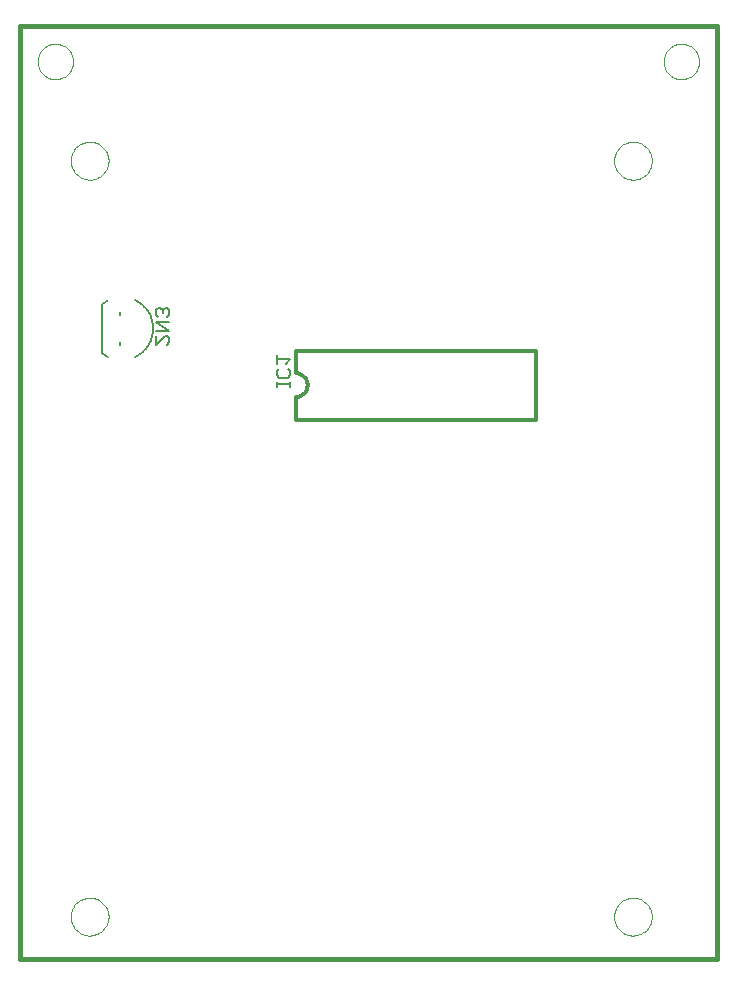
<source format=gbo>
G75*
G70*
%OFA0B0*%
%FSLAX24Y24*%
%IPPOS*%
%LPD*%
%AMOC8*
5,1,8,0,0,1.08239X$1,22.5*
%
%ADD10C,0.0160*%
%ADD11C,0.0000*%
%ADD12C,0.0120*%
%ADD13C,0.0050*%
%ADD14C,0.0060*%
D10*
X000519Y000180D02*
X023747Y000180D01*
X023747Y031282D01*
X000519Y031282D01*
X000519Y000180D01*
D11*
X002212Y001597D02*
X002214Y001647D01*
X002220Y001697D01*
X002230Y001746D01*
X002244Y001794D01*
X002261Y001841D01*
X002282Y001886D01*
X002307Y001930D01*
X002335Y001971D01*
X002367Y002010D01*
X002401Y002047D01*
X002438Y002081D01*
X002478Y002111D01*
X002520Y002138D01*
X002564Y002162D01*
X002610Y002183D01*
X002657Y002199D01*
X002705Y002212D01*
X002755Y002221D01*
X002804Y002226D01*
X002855Y002227D01*
X002905Y002224D01*
X002954Y002217D01*
X003003Y002206D01*
X003051Y002191D01*
X003097Y002173D01*
X003142Y002151D01*
X003185Y002125D01*
X003226Y002096D01*
X003265Y002064D01*
X003301Y002029D01*
X003333Y001991D01*
X003363Y001951D01*
X003390Y001908D01*
X003413Y001864D01*
X003432Y001818D01*
X003448Y001770D01*
X003460Y001721D01*
X003468Y001672D01*
X003472Y001622D01*
X003472Y001572D01*
X003468Y001522D01*
X003460Y001473D01*
X003448Y001424D01*
X003432Y001376D01*
X003413Y001330D01*
X003390Y001286D01*
X003363Y001243D01*
X003333Y001203D01*
X003301Y001165D01*
X003265Y001130D01*
X003226Y001098D01*
X003185Y001069D01*
X003142Y001043D01*
X003097Y001021D01*
X003051Y001003D01*
X003003Y000988D01*
X002954Y000977D01*
X002905Y000970D01*
X002855Y000967D01*
X002804Y000968D01*
X002755Y000973D01*
X002705Y000982D01*
X002657Y000995D01*
X002610Y001011D01*
X002564Y001032D01*
X002520Y001056D01*
X002478Y001083D01*
X002438Y001113D01*
X002401Y001147D01*
X002367Y001184D01*
X002335Y001223D01*
X002307Y001264D01*
X002282Y001308D01*
X002261Y001353D01*
X002244Y001400D01*
X002230Y001448D01*
X002220Y001497D01*
X002214Y001547D01*
X002212Y001597D01*
X020322Y001597D02*
X020324Y001647D01*
X020330Y001697D01*
X020340Y001746D01*
X020354Y001794D01*
X020371Y001841D01*
X020392Y001886D01*
X020417Y001930D01*
X020445Y001971D01*
X020477Y002010D01*
X020511Y002047D01*
X020548Y002081D01*
X020588Y002111D01*
X020630Y002138D01*
X020674Y002162D01*
X020720Y002183D01*
X020767Y002199D01*
X020815Y002212D01*
X020865Y002221D01*
X020914Y002226D01*
X020965Y002227D01*
X021015Y002224D01*
X021064Y002217D01*
X021113Y002206D01*
X021161Y002191D01*
X021207Y002173D01*
X021252Y002151D01*
X021295Y002125D01*
X021336Y002096D01*
X021375Y002064D01*
X021411Y002029D01*
X021443Y001991D01*
X021473Y001951D01*
X021500Y001908D01*
X021523Y001864D01*
X021542Y001818D01*
X021558Y001770D01*
X021570Y001721D01*
X021578Y001672D01*
X021582Y001622D01*
X021582Y001572D01*
X021578Y001522D01*
X021570Y001473D01*
X021558Y001424D01*
X021542Y001376D01*
X021523Y001330D01*
X021500Y001286D01*
X021473Y001243D01*
X021443Y001203D01*
X021411Y001165D01*
X021375Y001130D01*
X021336Y001098D01*
X021295Y001069D01*
X021252Y001043D01*
X021207Y001021D01*
X021161Y001003D01*
X021113Y000988D01*
X021064Y000977D01*
X021015Y000970D01*
X020965Y000967D01*
X020914Y000968D01*
X020865Y000973D01*
X020815Y000982D01*
X020767Y000995D01*
X020720Y001011D01*
X020674Y001032D01*
X020630Y001056D01*
X020588Y001083D01*
X020548Y001113D01*
X020511Y001147D01*
X020477Y001184D01*
X020445Y001223D01*
X020417Y001264D01*
X020392Y001308D01*
X020371Y001353D01*
X020354Y001400D01*
X020340Y001448D01*
X020330Y001497D01*
X020324Y001547D01*
X020322Y001597D01*
X020322Y026794D02*
X020324Y026844D01*
X020330Y026894D01*
X020340Y026943D01*
X020354Y026991D01*
X020371Y027038D01*
X020392Y027083D01*
X020417Y027127D01*
X020445Y027168D01*
X020477Y027207D01*
X020511Y027244D01*
X020548Y027278D01*
X020588Y027308D01*
X020630Y027335D01*
X020674Y027359D01*
X020720Y027380D01*
X020767Y027396D01*
X020815Y027409D01*
X020865Y027418D01*
X020914Y027423D01*
X020965Y027424D01*
X021015Y027421D01*
X021064Y027414D01*
X021113Y027403D01*
X021161Y027388D01*
X021207Y027370D01*
X021252Y027348D01*
X021295Y027322D01*
X021336Y027293D01*
X021375Y027261D01*
X021411Y027226D01*
X021443Y027188D01*
X021473Y027148D01*
X021500Y027105D01*
X021523Y027061D01*
X021542Y027015D01*
X021558Y026967D01*
X021570Y026918D01*
X021578Y026869D01*
X021582Y026819D01*
X021582Y026769D01*
X021578Y026719D01*
X021570Y026670D01*
X021558Y026621D01*
X021542Y026573D01*
X021523Y026527D01*
X021500Y026483D01*
X021473Y026440D01*
X021443Y026400D01*
X021411Y026362D01*
X021375Y026327D01*
X021336Y026295D01*
X021295Y026266D01*
X021252Y026240D01*
X021207Y026218D01*
X021161Y026200D01*
X021113Y026185D01*
X021064Y026174D01*
X021015Y026167D01*
X020965Y026164D01*
X020914Y026165D01*
X020865Y026170D01*
X020815Y026179D01*
X020767Y026192D01*
X020720Y026208D01*
X020674Y026229D01*
X020630Y026253D01*
X020588Y026280D01*
X020548Y026310D01*
X020511Y026344D01*
X020477Y026381D01*
X020445Y026420D01*
X020417Y026461D01*
X020392Y026505D01*
X020371Y026550D01*
X020354Y026597D01*
X020340Y026645D01*
X020330Y026694D01*
X020324Y026744D01*
X020322Y026794D01*
X021975Y030101D02*
X021977Y030149D01*
X021983Y030197D01*
X021993Y030244D01*
X022006Y030290D01*
X022024Y030335D01*
X022044Y030379D01*
X022069Y030421D01*
X022097Y030460D01*
X022127Y030497D01*
X022161Y030531D01*
X022198Y030563D01*
X022236Y030592D01*
X022277Y030617D01*
X022320Y030639D01*
X022365Y030657D01*
X022411Y030671D01*
X022458Y030682D01*
X022506Y030689D01*
X022554Y030692D01*
X022602Y030691D01*
X022650Y030686D01*
X022698Y030677D01*
X022744Y030665D01*
X022789Y030648D01*
X022833Y030628D01*
X022875Y030605D01*
X022915Y030578D01*
X022953Y030548D01*
X022988Y030515D01*
X023020Y030479D01*
X023050Y030441D01*
X023076Y030400D01*
X023098Y030357D01*
X023118Y030313D01*
X023133Y030268D01*
X023145Y030221D01*
X023153Y030173D01*
X023157Y030125D01*
X023157Y030077D01*
X023153Y030029D01*
X023145Y029981D01*
X023133Y029934D01*
X023118Y029889D01*
X023098Y029845D01*
X023076Y029802D01*
X023050Y029761D01*
X023020Y029723D01*
X022988Y029687D01*
X022953Y029654D01*
X022915Y029624D01*
X022875Y029597D01*
X022833Y029574D01*
X022789Y029554D01*
X022744Y029537D01*
X022698Y029525D01*
X022650Y029516D01*
X022602Y029511D01*
X022554Y029510D01*
X022506Y029513D01*
X022458Y029520D01*
X022411Y029531D01*
X022365Y029545D01*
X022320Y029563D01*
X022277Y029585D01*
X022236Y029610D01*
X022198Y029639D01*
X022161Y029671D01*
X022127Y029705D01*
X022097Y029742D01*
X022069Y029781D01*
X022044Y029823D01*
X022024Y029867D01*
X022006Y029912D01*
X021993Y029958D01*
X021983Y030005D01*
X021977Y030053D01*
X021975Y030101D01*
X002212Y026794D02*
X002214Y026844D01*
X002220Y026894D01*
X002230Y026943D01*
X002244Y026991D01*
X002261Y027038D01*
X002282Y027083D01*
X002307Y027127D01*
X002335Y027168D01*
X002367Y027207D01*
X002401Y027244D01*
X002438Y027278D01*
X002478Y027308D01*
X002520Y027335D01*
X002564Y027359D01*
X002610Y027380D01*
X002657Y027396D01*
X002705Y027409D01*
X002755Y027418D01*
X002804Y027423D01*
X002855Y027424D01*
X002905Y027421D01*
X002954Y027414D01*
X003003Y027403D01*
X003051Y027388D01*
X003097Y027370D01*
X003142Y027348D01*
X003185Y027322D01*
X003226Y027293D01*
X003265Y027261D01*
X003301Y027226D01*
X003333Y027188D01*
X003363Y027148D01*
X003390Y027105D01*
X003413Y027061D01*
X003432Y027015D01*
X003448Y026967D01*
X003460Y026918D01*
X003468Y026869D01*
X003472Y026819D01*
X003472Y026769D01*
X003468Y026719D01*
X003460Y026670D01*
X003448Y026621D01*
X003432Y026573D01*
X003413Y026527D01*
X003390Y026483D01*
X003363Y026440D01*
X003333Y026400D01*
X003301Y026362D01*
X003265Y026327D01*
X003226Y026295D01*
X003185Y026266D01*
X003142Y026240D01*
X003097Y026218D01*
X003051Y026200D01*
X003003Y026185D01*
X002954Y026174D01*
X002905Y026167D01*
X002855Y026164D01*
X002804Y026165D01*
X002755Y026170D01*
X002705Y026179D01*
X002657Y026192D01*
X002610Y026208D01*
X002564Y026229D01*
X002520Y026253D01*
X002478Y026280D01*
X002438Y026310D01*
X002401Y026344D01*
X002367Y026381D01*
X002335Y026420D01*
X002307Y026461D01*
X002282Y026505D01*
X002261Y026550D01*
X002244Y026597D01*
X002230Y026645D01*
X002220Y026694D01*
X002214Y026744D01*
X002212Y026794D01*
X001109Y030101D02*
X001111Y030149D01*
X001117Y030197D01*
X001127Y030244D01*
X001140Y030290D01*
X001158Y030335D01*
X001178Y030379D01*
X001203Y030421D01*
X001231Y030460D01*
X001261Y030497D01*
X001295Y030531D01*
X001332Y030563D01*
X001370Y030592D01*
X001411Y030617D01*
X001454Y030639D01*
X001499Y030657D01*
X001545Y030671D01*
X001592Y030682D01*
X001640Y030689D01*
X001688Y030692D01*
X001736Y030691D01*
X001784Y030686D01*
X001832Y030677D01*
X001878Y030665D01*
X001923Y030648D01*
X001967Y030628D01*
X002009Y030605D01*
X002049Y030578D01*
X002087Y030548D01*
X002122Y030515D01*
X002154Y030479D01*
X002184Y030441D01*
X002210Y030400D01*
X002232Y030357D01*
X002252Y030313D01*
X002267Y030268D01*
X002279Y030221D01*
X002287Y030173D01*
X002291Y030125D01*
X002291Y030077D01*
X002287Y030029D01*
X002279Y029981D01*
X002267Y029934D01*
X002252Y029889D01*
X002232Y029845D01*
X002210Y029802D01*
X002184Y029761D01*
X002154Y029723D01*
X002122Y029687D01*
X002087Y029654D01*
X002049Y029624D01*
X002009Y029597D01*
X001967Y029574D01*
X001923Y029554D01*
X001878Y029537D01*
X001832Y029525D01*
X001784Y029516D01*
X001736Y029511D01*
X001688Y029510D01*
X001640Y029513D01*
X001592Y029520D01*
X001545Y029531D01*
X001499Y029545D01*
X001454Y029563D01*
X001411Y029585D01*
X001370Y029610D01*
X001332Y029639D01*
X001295Y029671D01*
X001261Y029705D01*
X001231Y029742D01*
X001203Y029781D01*
X001178Y029823D01*
X001158Y029867D01*
X001140Y029912D01*
X001127Y029958D01*
X001117Y030005D01*
X001111Y030053D01*
X001109Y030101D01*
D12*
X009708Y020464D02*
X009708Y019714D01*
X009747Y019712D01*
X009786Y019706D01*
X009824Y019697D01*
X009861Y019684D01*
X009897Y019667D01*
X009930Y019647D01*
X009962Y019623D01*
X009991Y019597D01*
X010017Y019568D01*
X010041Y019536D01*
X010061Y019503D01*
X010078Y019467D01*
X010091Y019430D01*
X010100Y019392D01*
X010106Y019353D01*
X010108Y019314D01*
X010106Y019275D01*
X010100Y019236D01*
X010091Y019198D01*
X010078Y019161D01*
X010061Y019125D01*
X010041Y019092D01*
X010017Y019060D01*
X009991Y019031D01*
X009962Y019005D01*
X009930Y018981D01*
X009897Y018961D01*
X009861Y018944D01*
X009824Y018931D01*
X009786Y018922D01*
X009747Y018916D01*
X009708Y018914D01*
X009708Y018164D01*
X017708Y018164D01*
X017708Y020464D01*
X009708Y020464D01*
D13*
X009533Y020179D02*
X009083Y020179D01*
X009083Y020329D02*
X009083Y020028D01*
X009158Y019868D02*
X009083Y019793D01*
X009083Y019643D01*
X009158Y019568D01*
X009458Y019568D01*
X009533Y019643D01*
X009533Y019793D01*
X009458Y019868D01*
X009383Y020028D02*
X009533Y020179D01*
X009533Y019411D02*
X009533Y019261D01*
X009533Y019336D02*
X009083Y019336D01*
X009083Y019261D02*
X009083Y019411D01*
X005501Y020737D02*
X005426Y020662D01*
X005501Y020737D02*
X005501Y020887D01*
X005426Y020962D01*
X005351Y020962D01*
X005051Y020662D01*
X005051Y020962D01*
X005051Y021122D02*
X005501Y021122D01*
X005051Y021422D01*
X005501Y021422D01*
X005426Y021582D02*
X005501Y021658D01*
X005501Y021808D01*
X005426Y021883D01*
X005351Y021883D01*
X005276Y021808D01*
X005201Y021883D01*
X005126Y021883D01*
X005051Y021808D01*
X005051Y021658D01*
X005126Y021582D01*
X005276Y021733D02*
X005276Y021808D01*
D14*
X003855Y021756D02*
X003855Y021651D01*
X003467Y022158D02*
X003411Y022131D01*
X003357Y022100D01*
X003305Y022066D01*
X003255Y022029D01*
X003255Y022028D02*
X003255Y020379D01*
X003855Y020651D02*
X003855Y020756D01*
X003458Y020253D02*
X003404Y020280D01*
X003353Y020310D01*
X003303Y020343D01*
X003255Y020378D01*
X004352Y020254D02*
X004409Y020283D01*
X004465Y020316D01*
X004518Y020351D01*
X004569Y020391D01*
X004617Y020433D01*
X004663Y020478D01*
X004706Y020525D01*
X004746Y020575D01*
X004783Y020628D01*
X004816Y020683D01*
X004847Y020739D01*
X004873Y020798D01*
X004896Y020858D01*
X004916Y020919D01*
X004931Y020981D01*
X004943Y021044D01*
X004951Y021108D01*
X004955Y021172D01*
X004955Y021236D01*
X004951Y021300D01*
X004943Y021364D01*
X004931Y021427D01*
X004916Y021489D01*
X004896Y021550D01*
X004873Y021610D01*
X004847Y021669D01*
X004816Y021725D01*
X004783Y021780D01*
X004746Y021833D01*
X004706Y021883D01*
X004663Y021930D01*
X004617Y021975D01*
X004569Y022017D01*
X004518Y022057D01*
X004465Y022092D01*
X004409Y022125D01*
X004352Y022154D01*
M02*

</source>
